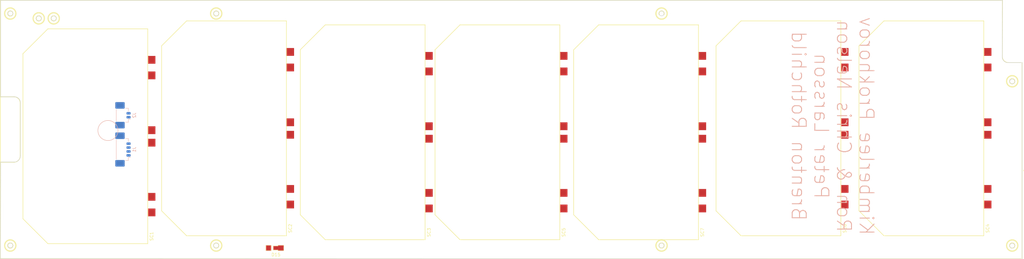
<source format=kicad_pcb>
(kicad_pcb (version 20171130) (host pcbnew "(5.1.6)-1")

  (general
    (thickness 1.6)
    (drawings 119)
    (tracks 0)
    (zones 0)
    (modules 10)
    (nets 5)
  )

  (page A3)
  (title_block
    (title "CySat X- Panel")
    (date 2020-07-08)
    (rev 3)
    (company "Iowa State University")
    (comment 1 "Matthew E. Nelson")
  )

  (layers
    (0 F.Cu signal)
    (31 B.Cu signal)
    (32 B.Adhes user)
    (33 F.Adhes user)
    (34 B.Paste user)
    (35 F.Paste user)
    (36 B.SilkS user)
    (37 F.SilkS user)
    (38 B.Mask user)
    (39 F.Mask user)
    (40 Dwgs.User user)
    (41 Cmts.User user)
    (42 Eco1.User user)
    (43 Eco2.User user)
    (44 Edge.Cuts user)
    (45 Margin user)
    (46 B.CrtYd user)
    (47 F.CrtYd user)
    (48 B.Fab user)
    (49 F.Fab user)
  )

  (setup
    (last_trace_width 0.25)
    (trace_clearance 0.2)
    (zone_clearance 0.508)
    (zone_45_only no)
    (trace_min 0.2)
    (via_size 0.8)
    (via_drill 0.4)
    (via_min_size 0.4)
    (via_min_drill 0.3)
    (uvia_size 0.3)
    (uvia_drill 0.1)
    (uvias_allowed no)
    (uvia_min_size 0.2)
    (uvia_min_drill 0.1)
    (edge_width 0.15)
    (segment_width 0.2)
    (pcb_text_width 0.3)
    (pcb_text_size 1.5 1.5)
    (mod_edge_width 0.15)
    (mod_text_size 1 1)
    (mod_text_width 0.15)
    (pad_size 1.524 1.524)
    (pad_drill 0.762)
    (pad_to_mask_clearance 0.051)
    (solder_mask_min_width 0.25)
    (aux_axis_origin 0 0)
    (visible_elements 7FFFFFFF)
    (pcbplotparams
      (layerselection 0x010fc_ffffffff)
      (usegerberextensions false)
      (usegerberattributes false)
      (usegerberadvancedattributes false)
      (creategerberjobfile false)
      (excludeedgelayer true)
      (linewidth 0.100000)
      (plotframeref false)
      (viasonmask false)
      (mode 1)
      (useauxorigin false)
      (hpglpennumber 1)
      (hpglpenspeed 20)
      (hpglpendiameter 15.000000)
      (psnegative false)
      (psa4output false)
      (plotreference true)
      (plotvalue true)
      (plotinvisibletext false)
      (padsonsilk false)
      (subtractmaskfromsilk false)
      (outputformat 1)
      (mirror false)
      (drillshape 1)
      (scaleselection 1)
      (outputdirectory ""))
  )

  (net 0 "")
  (net 1 VSS)
  (net 2 VCC)
  (net 3 "Net-(D15-Pad1)")
  (net 4 "Net-(D15-Pad2)")

  (net_class Default "This is the default net class."
    (clearance 0.2)
    (trace_width 0.25)
    (via_dia 0.8)
    (via_drill 0.4)
    (uvia_dia 0.3)
    (uvia_drill 0.1)
    (add_net "Net-(D15-Pad1)")
    (add_net "Net-(D15-Pad2)")
    (add_net VCC)
    (add_net VSS)
  )

  (module Connector_Molex:Molex_PicoBlade_53398-0271_1x02-1MP_P1.25mm_Vertical (layer B.Cu) (tedit 5B78AD88) (tstamp 5CB955C2)
    (at 92.83 138.1 90)
    (descr "Molex PicoBlade series connector, 53398-0271 (http://www.molex.com/pdm_docs/sd/533980271_sd.pdf), generated with kicad-footprint-generator")
    (tags "connector Molex PicoBlade side entry")
    (path /5CC108CF)
    (attr smd)
    (fp_text reference J2 (at 0 3.1 90) (layer B.SilkS)
      (effects (font (size 1 1) (thickness 0.15)) (justify mirror))
    )
    (fp_text value Conn_01x02 (at 0 -4.2 90) (layer B.Fab)
      (effects (font (size 1 1) (thickness 0.15)) (justify mirror))
    )
    (fp_line (start -0.625 0.392893) (end -0.125 1.1) (layer B.Fab) (width 0.1))
    (fp_line (start -1.125 1.1) (end -0.625 0.392893) (layer B.Fab) (width 0.1))
    (fp_line (start 4.72 2.4) (end -4.72 2.4) (layer B.CrtYd) (width 0.05))
    (fp_line (start 4.72 -3.5) (end 4.72 2.4) (layer B.CrtYd) (width 0.05))
    (fp_line (start -4.72 -3.5) (end 4.72 -3.5) (layer B.CrtYd) (width 0.05))
    (fp_line (start -4.72 2.4) (end -4.72 -3.5) (layer B.CrtYd) (width 0.05))
    (fp_line (start 3.625 0.2) (end 2.125 0.2) (layer B.Fab) (width 0.1))
    (fp_line (start 3.625 -0.4) (end 3.625 0.2) (layer B.Fab) (width 0.1))
    (fp_line (start 3.825 -0.6) (end 3.625 -0.4) (layer B.Fab) (width 0.1))
    (fp_line (start 3.825 -2.4) (end 3.825 -0.6) (layer B.Fab) (width 0.1))
    (fp_line (start 3.625 -2.6) (end 3.825 -2.4) (layer B.Fab) (width 0.1))
    (fp_line (start 2.125 -2.6) (end 3.625 -2.6) (layer B.Fab) (width 0.1))
    (fp_line (start -3.625 0.2) (end -2.125 0.2) (layer B.Fab) (width 0.1))
    (fp_line (start -3.625 -0.4) (end -3.625 0.2) (layer B.Fab) (width 0.1))
    (fp_line (start -3.825 -0.6) (end -3.625 -0.4) (layer B.Fab) (width 0.1))
    (fp_line (start -3.825 -2.4) (end -3.825 -0.6) (layer B.Fab) (width 0.1))
    (fp_line (start -3.625 -2.6) (end -3.825 -2.4) (layer B.Fab) (width 0.1))
    (fp_line (start -2.125 -2.6) (end -3.625 -2.6) (layer B.Fab) (width 0.1))
    (fp_line (start 0.775 -1.225) (end 0.475 -1.225) (layer B.Fab) (width 0.1))
    (fp_line (start 0.775 -1.825) (end 0.775 -1.225) (layer B.Fab) (width 0.1))
    (fp_line (start 0.475 -1.825) (end 0.775 -1.825) (layer B.Fab) (width 0.1))
    (fp_line (start 0.475 -1.225) (end 0.475 -1.825) (layer B.Fab) (width 0.1))
    (fp_line (start -0.475 -1.225) (end -0.775 -1.225) (layer B.Fab) (width 0.1))
    (fp_line (start -0.475 -1.825) (end -0.475 -1.225) (layer B.Fab) (width 0.1))
    (fp_line (start -0.775 -1.825) (end -0.475 -1.825) (layer B.Fab) (width 0.1))
    (fp_line (start -0.775 -1.225) (end -0.775 -1.825) (layer B.Fab) (width 0.1))
    (fp_line (start 2.125 1.1) (end 2.125 -2.6) (layer B.Fab) (width 0.1))
    (fp_line (start -2.125 1.1) (end -2.125 -2.6) (layer B.Fab) (width 0.1))
    (fp_line (start -2.125 -2.6) (end 2.125 -2.6) (layer B.Fab) (width 0.1))
    (fp_line (start -1.865 -2.71) (end 1.865 -2.71) (layer B.SilkS) (width 0.12))
    (fp_line (start 2.235 1.21) (end 1.285 1.21) (layer B.SilkS) (width 0.12))
    (fp_line (start 2.235 0.26) (end 2.235 1.21) (layer B.SilkS) (width 0.12))
    (fp_line (start -1.285 1.21) (end -1.285 1.9) (layer B.SilkS) (width 0.12))
    (fp_line (start -2.235 1.21) (end -1.285 1.21) (layer B.SilkS) (width 0.12))
    (fp_line (start -2.235 0.26) (end -2.235 1.21) (layer B.SilkS) (width 0.12))
    (fp_line (start -2.125 1.1) (end 2.125 1.1) (layer B.Fab) (width 0.1))
    (fp_text user %R (at 0 -0.4 90) (layer B.Fab)
      (effects (font (size 1 1) (thickness 0.15)) (justify mirror))
    )
    (pad 1 smd roundrect (at -0.625 1.25 90) (size 0.8 1.3) (layers B.Cu B.Paste B.Mask) (roundrect_rratio 0.25)
      (net 4 "Net-(D15-Pad2)"))
    (pad 2 smd roundrect (at 0.625 1.25 90) (size 0.8 1.3) (layers B.Cu B.Paste B.Mask) (roundrect_rratio 0.25)
      (net 3 "Net-(D15-Pad1)"))
    (pad MP smd roundrect (at -3.175 -1.5 90) (size 2.1 3) (layers B.Cu B.Paste B.Mask) (roundrect_rratio 0.119048))
    (pad MP smd roundrect (at 3.175 -1.5 90) (size 2.1 3) (layers B.Cu B.Paste B.Mask) (roundrect_rratio 0.119048))
    (model ${KISYS3DMOD}/Connector_Molex.3dshapes/Molex_PicoBlade_53398-0271_1x02-1MP_P1.25mm_Vertical.wrl
      (at (xyz 0 0 0))
      (scale (xyz 1 1 1))
      (rotate (xyz 0 0 0))
    )
  )

  (module Connector_Molex:Molex_PicoBlade_53398-0471_1x04-1MP_P1.25mm_Vertical (layer B.Cu) (tedit 5B78AD88) (tstamp 5CB95595)
    (at 92.83 149.1 90)
    (descr "Molex PicoBlade series connector, 53398-0471 (http://www.molex.com/pdm_docs/sd/533980271_sd.pdf), generated with kicad-footprint-generator")
    (tags "connector Molex PicoBlade side entry")
    (path /5CABAE1D)
    (attr smd)
    (fp_text reference J1 (at 0 3.1 90) (layer B.SilkS)
      (effects (font (size 1 1) (thickness 0.15)) (justify mirror))
    )
    (fp_text value Conn_01x04 (at 0 -4.2 90) (layer B.Fab)
      (effects (font (size 1 1) (thickness 0.15)) (justify mirror))
    )
    (fp_line (start -1.875 0.392893) (end -1.375 1.1) (layer B.Fab) (width 0.1))
    (fp_line (start -2.375 1.1) (end -1.875 0.392893) (layer B.Fab) (width 0.1))
    (fp_line (start 5.98 2.4) (end -5.98 2.4) (layer B.CrtYd) (width 0.05))
    (fp_line (start 5.98 -3.5) (end 5.98 2.4) (layer B.CrtYd) (width 0.05))
    (fp_line (start -5.98 -3.5) (end 5.98 -3.5) (layer B.CrtYd) (width 0.05))
    (fp_line (start -5.98 2.4) (end -5.98 -3.5) (layer B.CrtYd) (width 0.05))
    (fp_line (start 4.875 0.2) (end 3.375 0.2) (layer B.Fab) (width 0.1))
    (fp_line (start 4.875 -0.4) (end 4.875 0.2) (layer B.Fab) (width 0.1))
    (fp_line (start 5.075 -0.6) (end 4.875 -0.4) (layer B.Fab) (width 0.1))
    (fp_line (start 5.075 -2.4) (end 5.075 -0.6) (layer B.Fab) (width 0.1))
    (fp_line (start 4.875 -2.6) (end 5.075 -2.4) (layer B.Fab) (width 0.1))
    (fp_line (start 3.375 -2.6) (end 4.875 -2.6) (layer B.Fab) (width 0.1))
    (fp_line (start -4.875 0.2) (end -3.375 0.2) (layer B.Fab) (width 0.1))
    (fp_line (start -4.875 -0.4) (end -4.875 0.2) (layer B.Fab) (width 0.1))
    (fp_line (start -5.075 -0.6) (end -4.875 -0.4) (layer B.Fab) (width 0.1))
    (fp_line (start -5.075 -2.4) (end -5.075 -0.6) (layer B.Fab) (width 0.1))
    (fp_line (start -4.875 -2.6) (end -5.075 -2.4) (layer B.Fab) (width 0.1))
    (fp_line (start -3.375 -2.6) (end -4.875 -2.6) (layer B.Fab) (width 0.1))
    (fp_line (start 2.025 -1.225) (end 1.725 -1.225) (layer B.Fab) (width 0.1))
    (fp_line (start 2.025 -1.825) (end 2.025 -1.225) (layer B.Fab) (width 0.1))
    (fp_line (start 1.725 -1.825) (end 2.025 -1.825) (layer B.Fab) (width 0.1))
    (fp_line (start 1.725 -1.225) (end 1.725 -1.825) (layer B.Fab) (width 0.1))
    (fp_line (start 0.775 -1.225) (end 0.475 -1.225) (layer B.Fab) (width 0.1))
    (fp_line (start 0.775 -1.825) (end 0.775 -1.225) (layer B.Fab) (width 0.1))
    (fp_line (start 0.475 -1.825) (end 0.775 -1.825) (layer B.Fab) (width 0.1))
    (fp_line (start 0.475 -1.225) (end 0.475 -1.825) (layer B.Fab) (width 0.1))
    (fp_line (start -0.475 -1.225) (end -0.775 -1.225) (layer B.Fab) (width 0.1))
    (fp_line (start -0.475 -1.825) (end -0.475 -1.225) (layer B.Fab) (width 0.1))
    (fp_line (start -0.775 -1.825) (end -0.475 -1.825) (layer B.Fab) (width 0.1))
    (fp_line (start -0.775 -1.225) (end -0.775 -1.825) (layer B.Fab) (width 0.1))
    (fp_line (start -1.725 -1.225) (end -2.025 -1.225) (layer B.Fab) (width 0.1))
    (fp_line (start -1.725 -1.825) (end -1.725 -1.225) (layer B.Fab) (width 0.1))
    (fp_line (start -2.025 -1.825) (end -1.725 -1.825) (layer B.Fab) (width 0.1))
    (fp_line (start -2.025 -1.225) (end -2.025 -1.825) (layer B.Fab) (width 0.1))
    (fp_line (start 3.375 1.1) (end 3.375 -2.6) (layer B.Fab) (width 0.1))
    (fp_line (start -3.375 1.1) (end -3.375 -2.6) (layer B.Fab) (width 0.1))
    (fp_line (start -3.375 -2.6) (end 3.375 -2.6) (layer B.Fab) (width 0.1))
    (fp_line (start -3.115 -2.71) (end 3.115 -2.71) (layer B.SilkS) (width 0.12))
    (fp_line (start 3.485 1.21) (end 2.535 1.21) (layer B.SilkS) (width 0.12))
    (fp_line (start 3.485 0.26) (end 3.485 1.21) (layer B.SilkS) (width 0.12))
    (fp_line (start -2.535 1.21) (end -2.535 1.9) (layer B.SilkS) (width 0.12))
    (fp_line (start -3.485 1.21) (end -2.535 1.21) (layer B.SilkS) (width 0.12))
    (fp_line (start -3.485 0.26) (end -3.485 1.21) (layer B.SilkS) (width 0.12))
    (fp_line (start -3.375 1.1) (end 3.375 1.1) (layer B.Fab) (width 0.1))
    (fp_text user %R (at 0 -0.4 90) (layer B.Fab)
      (effects (font (size 1 1) (thickness 0.15)) (justify mirror))
    )
    (pad 1 smd roundrect (at -1.875 1.25 90) (size 0.8 1.3) (layers B.Cu B.Paste B.Mask) (roundrect_rratio 0.25)
      (net 1 VSS))
    (pad 2 smd roundrect (at -0.625 1.25 90) (size 0.8 1.3) (layers B.Cu B.Paste B.Mask) (roundrect_rratio 0.25)
      (net 1 VSS))
    (pad 3 smd roundrect (at 0.625 1.25 90) (size 0.8 1.3) (layers B.Cu B.Paste B.Mask) (roundrect_rratio 0.25)
      (net 2 VCC))
    (pad 4 smd roundrect (at 1.875 1.25 90) (size 0.8 1.3) (layers B.Cu B.Paste B.Mask) (roundrect_rratio 0.25)
      (net 2 VCC))
    (pad MP smd roundrect (at -4.425 -1.5 90) (size 2.1 3) (layers B.Cu B.Paste B.Mask) (roundrect_rratio 0.119048))
    (pad MP smd roundrect (at 4.425 -1.5 90) (size 2.1 3) (layers B.Cu B.Paste B.Mask) (roundrect_rratio 0.119048))
    (model ${KISYS3DMOD}/Connector_Molex.3dshapes/Molex_PicoBlade_53398-0471_1x04-1MP_P1.25mm_Vertical.wrl
      (at (xyz 0 0 0))
      (scale (xyz 1 1 1))
      (rotate (xyz 0 0 0))
    )
  )

  (module "CySat footprints:Sun_Sensor" (layer F.Cu) (tedit 5CB8F328) (tstamp 5CB9554B)
    (at 141.31 180.68)
    (path /5CC11A82)
    (fp_text reference D15 (at 0 2.2) (layer F.SilkS)
      (effects (font (size 1 1) (thickness 0.15)))
    )
    (fp_text value D_Photo (at 0 -2.5) (layer F.Fab)
      (effects (font (size 1 1) (thickness 0.15)))
    )
    (fp_line (start -3.2 -0.8) (end -1.5 -0.8) (layer F.SilkS) (width 0.12))
    (fp_line (start -3.2 0.9) (end -3.2 -0.8) (layer F.SilkS) (width 0.12))
    (fp_line (start -1.5 0.9) (end -3.2 0.9) (layer F.SilkS) (width 0.12))
    (fp_line (start -1.5 -0.8) (end -1.5 0.9) (layer F.SilkS) (width 0.12))
    (fp_line (start 0.65 -0.8) (end 2.5 -0.8) (layer F.SilkS) (width 0.12))
    (fp_line (start 0.65 -0.6) (end 0.65 -0.8) (layer F.SilkS) (width 0.12))
    (fp_line (start -0.85 -0.6) (end 0.65 -0.6) (layer F.SilkS) (width 0.12))
    (fp_line (start -0.85 0.7) (end -0.85 -0.6) (layer F.SilkS) (width 0.12))
    (fp_line (start 0.65 0.7) (end -0.85 0.7) (layer F.SilkS) (width 0.12))
    (fp_line (start 0.65 0.9) (end 0.65 0.7) (layer F.SilkS) (width 0.12))
    (fp_line (start 2.5 0.9) (end 0.65 0.9) (layer F.SilkS) (width 0.12))
    (fp_line (start 2.5 -0.8) (end 2.5 0.9) (layer F.SilkS) (width 0.12))
    (pad 1 smd rect (at 1.6 0.05 90) (size 1.7 1.85) (layers F.Cu F.Paste F.Mask)
      (net 3 "Net-(D15-Pad1)"))
    (pad 2 smd rect (at -2.35 0.05) (size 1.7 1.7) (layers F.Cu F.Paste F.Mask)
      (net 4 "Net-(D15-Pad2)"))
    (pad 1 smd rect (at -0.05 0.05) (size 1.5 1.3) (layers F.Cu F.Paste F.Mask)
      (net 3 "Net-(D15-Pad1)"))
  )

  (module "CySat footprints:Spectrolab" (layer F.Cu) (tedit 5C366A31) (tstamp 5CB95623)
    (at 102.87 144.78 90)
    (path /5CA8E593)
    (fp_text reference SC1 (at -32.2 -1.4 90) (layer F.SilkS)
      (effects (font (size 1 1) (thickness 0.15)))
    )
    (fp_text value Solar_Cell (at 31 -1.2 90) (layer F.Fab)
      (effects (font (size 1 1) (thickness 0.15)))
    )
    (fp_line (start 34.440573 -2.640087) (end -34.559427 -2.640087) (layer F.SilkS) (width 0.2))
    (fp_line (start -26.559427 -42.640087) (end 26.440573 -42.640087) (layer F.SilkS) (width 0.2))
    (fp_line (start -34.559427 -2.640087) (end -34.559427 -34.640087) (layer F.SilkS) (width 0.2))
    (fp_line (start -34.559427 -34.640087) (end -26.559427 -42.640087) (layer F.SilkS) (width 0.2))
    (fp_line (start 26.440573 -42.640087) (end 34.440573 -34.640087) (layer F.SilkS) (width 0.2))
    (fp_line (start 34.440573 -34.640087) (end 34.440573 -2.640087) (layer F.SilkS) (width 0.2))
    (pad 1 smd rect (at -24.519427 -1.440087 270) (size 2.5 2.5) (layers F.Cu F.Paste F.Mask)
      (net 2 VCC))
    (pad 1 smd rect (at -19.519427 -1.440087 270) (size 2.5 2.5) (layers F.Cu F.Paste F.Mask)
      (net 2 VCC))
    (pad 2 smd rect (at -2.119427 -1.440087 270) (size 2.5 2.5) (layers F.Cu F.Paste F.Mask)
      (net 1 VSS))
    (pad 2 smd rect (at 1.880573 -1.440087 270) (size 2.5 2.5) (layers F.Cu F.Paste F.Mask)
      (net 1 VSS))
    (pad 1 smd rect (at 19.480573 -1.440087 270) (size 2.5 2.5) (layers F.Cu F.Paste F.Mask)
      (net 2 VCC))
    (pad 1 smd rect (at 24.480573 -1.440087 270) (size 2.5 2.5) (layers F.Cu F.Paste F.Mask)
      (net 2 VCC))
  )

  (module "CySat footprints:Spectrolab" (layer F.Cu) (tedit 5C366A31) (tstamp 5CB95633)
    (at 147.32 142.24 90)
    (path /5CA8E00B)
    (fp_text reference SC2 (at -32.2 -1.4 90) (layer F.SilkS)
      (effects (font (size 1 1) (thickness 0.15)))
    )
    (fp_text value Solar_Cell (at 31 -1.2 90) (layer F.Fab)
      (effects (font (size 1 1) (thickness 0.15)))
    )
    (fp_line (start 34.440573 -34.640087) (end 34.440573 -2.640087) (layer F.SilkS) (width 0.2))
    (fp_line (start 26.440573 -42.640087) (end 34.440573 -34.640087) (layer F.SilkS) (width 0.2))
    (fp_line (start -34.559427 -34.640087) (end -26.559427 -42.640087) (layer F.SilkS) (width 0.2))
    (fp_line (start -34.559427 -2.640087) (end -34.559427 -34.640087) (layer F.SilkS) (width 0.2))
    (fp_line (start -26.559427 -42.640087) (end 26.440573 -42.640087) (layer F.SilkS) (width 0.2))
    (fp_line (start 34.440573 -2.640087) (end -34.559427 -2.640087) (layer F.SilkS) (width 0.2))
    (pad 1 smd rect (at 24.480573 -1.440087 270) (size 2.5 2.5) (layers F.Cu F.Paste F.Mask)
      (net 2 VCC))
    (pad 1 smd rect (at 19.480573 -1.440087 270) (size 2.5 2.5) (layers F.Cu F.Paste F.Mask)
      (net 2 VCC))
    (pad 2 smd rect (at 1.880573 -1.440087 270) (size 2.5 2.5) (layers F.Cu F.Paste F.Mask)
      (net 1 VSS))
    (pad 2 smd rect (at -2.119427 -1.440087 270) (size 2.5 2.5) (layers F.Cu F.Paste F.Mask)
      (net 1 VSS))
    (pad 1 smd rect (at -19.519427 -1.440087 270) (size 2.5 2.5) (layers F.Cu F.Paste F.Mask)
      (net 2 VCC))
    (pad 1 smd rect (at -24.519427 -1.440087 270) (size 2.5 2.5) (layers F.Cu F.Paste F.Mask)
      (net 2 VCC))
  )

  (module CySat_Solar:Spectrolab (layer F.Cu) (tedit 5C366A31) (tstamp 5F0553DF)
    (at 191.77 143.51 90)
    (path /5F045BA0)
    (fp_text reference SC3 (at -32.2 -1.4 90) (layer F.SilkS)
      (effects (font (size 1 1) (thickness 0.15)))
    )
    (fp_text value Solar_Cell (at 31 -1.2 90) (layer F.Fab)
      (effects (font (size 1 1) (thickness 0.15)))
    )
    (fp_line (start 34.440573 -2.640087) (end -34.559427 -2.640087) (layer F.SilkS) (width 0.2))
    (fp_line (start -26.559427 -42.640087) (end 26.440573 -42.640087) (layer F.SilkS) (width 0.2))
    (fp_line (start -34.559427 -2.640087) (end -34.559427 -34.640087) (layer F.SilkS) (width 0.2))
    (fp_line (start -34.559427 -34.640087) (end -26.559427 -42.640087) (layer F.SilkS) (width 0.2))
    (fp_line (start 26.440573 -42.640087) (end 34.440573 -34.640087) (layer F.SilkS) (width 0.2))
    (fp_line (start 34.440573 -34.640087) (end 34.440573 -2.640087) (layer F.SilkS) (width 0.2))
    (pad 1 smd rect (at 24.480573 -1.440087 270) (size 2.5 2.5) (layers F.Cu F.Paste F.Mask)
      (net 2 VCC))
    (pad 1 smd rect (at 19.480573 -1.440087 270) (size 2.5 2.5) (layers F.Cu F.Paste F.Mask)
      (net 2 VCC))
    (pad 2 smd rect (at 1.880573 -1.440087 270) (size 2.5 2.5) (layers F.Cu F.Paste F.Mask)
      (net 1 VSS))
    (pad 2 smd rect (at -2.119427 -1.440087 270) (size 2.5 2.5) (layers F.Cu F.Paste F.Mask)
      (net 1 VSS))
    (pad 1 smd rect (at -19.519427 -1.440087 270) (size 2.5 2.5) (layers F.Cu F.Paste F.Mask)
      (net 2 VCC))
    (pad 1 smd rect (at -24.519427 -1.440087 270) (size 2.5 2.5) (layers F.Cu F.Paste F.Mask)
      (net 2 VCC))
  )

  (module CySat_Solar:Spectrolab (layer F.Cu) (tedit 5C366A31) (tstamp 5F0553EF)
    (at 370.84 142.24 90)
    (path /5F046CFC)
    (fp_text reference SC4 (at -32.2 -1.4 90) (layer F.SilkS)
      (effects (font (size 1 1) (thickness 0.15)))
    )
    (fp_text value Solar_Cell (at 31 -1.2 90) (layer F.Fab)
      (effects (font (size 1 1) (thickness 0.15)))
    )
    (fp_line (start 34.440573 -34.640087) (end 34.440573 -2.640087) (layer F.SilkS) (width 0.2))
    (fp_line (start 26.440573 -42.640087) (end 34.440573 -34.640087) (layer F.SilkS) (width 0.2))
    (fp_line (start -34.559427 -34.640087) (end -26.559427 -42.640087) (layer F.SilkS) (width 0.2))
    (fp_line (start -34.559427 -2.640087) (end -34.559427 -34.640087) (layer F.SilkS) (width 0.2))
    (fp_line (start -26.559427 -42.640087) (end 26.440573 -42.640087) (layer F.SilkS) (width 0.2))
    (fp_line (start 34.440573 -2.640087) (end -34.559427 -2.640087) (layer F.SilkS) (width 0.2))
    (pad 1 smd rect (at -24.519427 -1.440087 270) (size 2.5 2.5) (layers F.Cu F.Paste F.Mask)
      (net 2 VCC))
    (pad 1 smd rect (at -19.519427 -1.440087 270) (size 2.5 2.5) (layers F.Cu F.Paste F.Mask)
      (net 2 VCC))
    (pad 2 smd rect (at -2.119427 -1.440087 270) (size 2.5 2.5) (layers F.Cu F.Paste F.Mask)
      (net 1 VSS))
    (pad 2 smd rect (at 1.880573 -1.440087 270) (size 2.5 2.5) (layers F.Cu F.Paste F.Mask)
      (net 1 VSS))
    (pad 1 smd rect (at 19.480573 -1.440087 270) (size 2.5 2.5) (layers F.Cu F.Paste F.Mask)
      (net 2 VCC))
    (pad 1 smd rect (at 24.480573 -1.440087 270) (size 2.5 2.5) (layers F.Cu F.Paste F.Mask)
      (net 2 VCC))
  )

  (module CySat_Solar:Spectrolab (layer F.Cu) (tedit 5C366A31) (tstamp 5F0553FF)
    (at 234.95 143.51 90)
    (path /5F04774B)
    (fp_text reference SC5 (at -32.2 -1.4 90) (layer F.SilkS)
      (effects (font (size 1 1) (thickness 0.15)))
    )
    (fp_text value Solar_Cell (at 31 -1.2 90) (layer F.Fab)
      (effects (font (size 1 1) (thickness 0.15)))
    )
    (fp_line (start 34.440573 -2.640087) (end -34.559427 -2.640087) (layer F.SilkS) (width 0.2))
    (fp_line (start -26.559427 -42.640087) (end 26.440573 -42.640087) (layer F.SilkS) (width 0.2))
    (fp_line (start -34.559427 -2.640087) (end -34.559427 -34.640087) (layer F.SilkS) (width 0.2))
    (fp_line (start -34.559427 -34.640087) (end -26.559427 -42.640087) (layer F.SilkS) (width 0.2))
    (fp_line (start 26.440573 -42.640087) (end 34.440573 -34.640087) (layer F.SilkS) (width 0.2))
    (fp_line (start 34.440573 -34.640087) (end 34.440573 -2.640087) (layer F.SilkS) (width 0.2))
    (pad 1 smd rect (at 24.480573 -1.440087 270) (size 2.5 2.5) (layers F.Cu F.Paste F.Mask)
      (net 2 VCC))
    (pad 1 smd rect (at 19.480573 -1.440087 270) (size 2.5 2.5) (layers F.Cu F.Paste F.Mask)
      (net 2 VCC))
    (pad 2 smd rect (at 1.880573 -1.440087 270) (size 2.5 2.5) (layers F.Cu F.Paste F.Mask)
      (net 1 VSS))
    (pad 2 smd rect (at -2.119427 -1.440087 270) (size 2.5 2.5) (layers F.Cu F.Paste F.Mask)
      (net 1 VSS))
    (pad 1 smd rect (at -19.519427 -1.440087 270) (size 2.5 2.5) (layers F.Cu F.Paste F.Mask)
      (net 2 VCC))
    (pad 1 smd rect (at -24.519427 -1.440087 270) (size 2.5 2.5) (layers F.Cu F.Paste F.Mask)
      (net 2 VCC))
  )

  (module CySat_Solar:Spectrolab (layer F.Cu) (tedit 5C366A31) (tstamp 5F05540F)
    (at 325.030088 142.24 90)
    (path /5F048CBD)
    (fp_text reference SC6 (at -32.2 -1.4 90) (layer F.SilkS)
      (effects (font (size 1 1) (thickness 0.15)))
    )
    (fp_text value Solar_Cell (at 31 -1.2 90) (layer F.Fab)
      (effects (font (size 1 1) (thickness 0.15)))
    )
    (fp_line (start 34.440573 -34.640087) (end 34.440573 -2.640087) (layer F.SilkS) (width 0.2))
    (fp_line (start 26.440573 -42.640087) (end 34.440573 -34.640087) (layer F.SilkS) (width 0.2))
    (fp_line (start -34.559427 -34.640087) (end -26.559427 -42.640087) (layer F.SilkS) (width 0.2))
    (fp_line (start -34.559427 -2.640087) (end -34.559427 -34.640087) (layer F.SilkS) (width 0.2))
    (fp_line (start -26.559427 -42.640087) (end 26.440573 -42.640087) (layer F.SilkS) (width 0.2))
    (fp_line (start 34.440573 -2.640087) (end -34.559427 -2.640087) (layer F.SilkS) (width 0.2))
    (pad 1 smd rect (at -24.519427 -1.440087 270) (size 2.5 2.5) (layers F.Cu F.Paste F.Mask)
      (net 2 VCC))
    (pad 1 smd rect (at -19.519427 -1.440087 270) (size 2.5 2.5) (layers F.Cu F.Paste F.Mask)
      (net 2 VCC))
    (pad 2 smd rect (at -2.119427 -1.440087 270) (size 2.5 2.5) (layers F.Cu F.Paste F.Mask)
      (net 1 VSS))
    (pad 2 smd rect (at 1.880573 -1.440087 270) (size 2.5 2.5) (layers F.Cu F.Paste F.Mask)
      (net 1 VSS))
    (pad 1 smd rect (at 19.480573 -1.440087 270) (size 2.5 2.5) (layers F.Cu F.Paste F.Mask)
      (net 2 VCC))
    (pad 1 smd rect (at 24.480573 -1.440087 270) (size 2.5 2.5) (layers F.Cu F.Paste F.Mask)
      (net 2 VCC))
  )

  (module CySat_Solar:Spectrolab (layer F.Cu) (tedit 5C366A31) (tstamp 5F05541F)
    (at 279.4 143.51 90)
    (path /5F049574)
    (fp_text reference SC7 (at -32.2 -1.4 90) (layer F.SilkS)
      (effects (font (size 1 1) (thickness 0.15)))
    )
    (fp_text value Solar_Cell (at 31 -1.2 90) (layer F.Fab)
      (effects (font (size 1 1) (thickness 0.15)))
    )
    (fp_line (start 34.440573 -2.640087) (end -34.559427 -2.640087) (layer F.SilkS) (width 0.2))
    (fp_line (start -26.559427 -42.640087) (end 26.440573 -42.640087) (layer F.SilkS) (width 0.2))
    (fp_line (start -34.559427 -2.640087) (end -34.559427 -34.640087) (layer F.SilkS) (width 0.2))
    (fp_line (start -34.559427 -34.640087) (end -26.559427 -42.640087) (layer F.SilkS) (width 0.2))
    (fp_line (start 26.440573 -42.640087) (end 34.440573 -34.640087) (layer F.SilkS) (width 0.2))
    (fp_line (start 34.440573 -34.640087) (end 34.440573 -2.640087) (layer F.SilkS) (width 0.2))
    (pad 1 smd rect (at 24.480573 -1.440087 270) (size 2.5 2.5) (layers F.Cu F.Paste F.Mask)
      (net 2 VCC))
    (pad 1 smd rect (at 19.480573 -1.440087 270) (size 2.5 2.5) (layers F.Cu F.Paste F.Mask)
      (net 2 VCC))
    (pad 2 smd rect (at 1.880573 -1.440087 270) (size 2.5 2.5) (layers F.Cu F.Paste F.Mask)
      (net 1 VSS))
    (pad 2 smd rect (at -2.119427 -1.440087 270) (size 2.5 2.5) (layers F.Cu F.Paste F.Mask)
      (net 1 VSS))
    (pad 1 smd rect (at -19.519427 -1.440087 270) (size 2.5 2.5) (layers F.Cu F.Paste F.Mask)
      (net 2 VCC))
    (pad 1 smd rect (at -24.519427 -1.440087 270) (size 2.5 2.5) (layers F.Cu F.Paste F.Mask)
      (net 2 VCC))
  )

  (gr_circle (center 87.48 143) (end 87.08 139.8) (layer B.SilkS) (width 0.15))
  (gr_text "Kimberlee Prokhorov\nRon & Chris Nelson\nPeter Larsson\nBrenton Rothchild" (at 319.73 141.55 -90) (layer B.SilkS)
    (effects (font (size 4.5 4.5) (thickness 0.3)) (justify mirror))
  )
  (gr_circle (center 70.1067 106.9665) (end 70.094 106.1918) (layer Edge.Cuts) (width 0.15))
  (gr_circle (center 65.3188 106.9919) (end 65.2934 106.2172) (layer Edge.Cuts) (width 0.15))
  (gr_circle (center 56.2002 105.4044) (end 56.2256 104.6297) (layer Edge.Cuts) (width 0.15))
  (gr_circle (center 56.1875 179.9153) (end 56.1621 179.1406) (layer Edge.Cuts) (width 0.15))
  (gr_circle (center 122.1894 105.4171) (end 122.1767 104.6424) (layer Edge.Cuts) (width 0.15))
  (gr_circle (center 264.9247 105.4044) (end 264.8993 104.6297) (layer Edge.Cuts) (width 0.15))
  (gr_circle (center 122.1513 179.928) (end 122.3926 179.1914) (layer Edge.Cuts) (width 0.15))
  (gr_circle (center 264.912 179.928) (end 265.3184 179.2676) (layer Edge.Cuts) (width 0.15))
  (gr_circle (center 377.307 127.223) (end 377.2943 126.4483) (layer Edge.Cuts) (width 0.15))
  (gr_arc (start 57.521 134.081) (end 59.426 134.081) (angle -90) (layer Edge.Cuts) (width 0.15))
  (gr_arc (start 57.394 151.099) (end 57.394 153.131) (angle -90) (layer Edge.Cuts) (width 0.15))
  (gr_arc (start 375.91 119.4125) (end 374.132 119.4125) (angle -90) (layer Edge.Cuts) (width 0.15))
  (gr_circle (center 377.307 179.9915) (end 377.942 179.547) (layer Edge.Cuts) (width 0.15))
  (gr_line (start 380.482 121.1905) (end 380.482 184.246) (layer Edge.Cuts) (width 0.15) (tstamp 5CA8260A))
  (gr_line (start 375.91 121.1905) (end 380.482 121.1905) (layer Edge.Cuts) (width 0.15))
  (gr_line (start 374.1955 101.188) (end 374.132 119.4125) (layer Edge.Cuts) (width 0.15))
  (gr_line (start 53.076 101.188) (end 374.1955 101.188) (layer Edge.Cuts) (width 0.15))
  (gr_line (start 53.076 132.176) (end 53.076 101.188) (layer Edge.Cuts) (width 0.15))
  (gr_line (start 57.521 132.176) (end 53.076 132.176) (layer Edge.Cuts) (width 0.15))
  (gr_line (start 59.426 151.099) (end 59.426 134.081) (layer Edge.Cuts) (width 0.15))
  (gr_line (start 53.076 153.131) (end 57.394 153.131) (layer Edge.Cuts) (width 0.15))
  (gr_line (start 52.949 184.119) (end 53.076 153.131) (layer Edge.Cuts) (width 0.15))
  (gr_line (start 380.482 184.246) (end 52.949 184.119) (layer Edge.Cuts) (width 0.15))
  (gr_circle (center 122.175509 105.435517) (end 124.075509 105.435517) (layer F.SilkS) (width 0.2))
  (gr_circle (center 122.175509 105.435517) (end 123.885509 105.435517) (layer F.SilkS) (width 0.2))
  (gr_line (start 380.493509 121.185517) (end 376.143509 121.185517) (layer F.SilkS) (width 0.2))
  (gr_line (start 59.343505 134.18551) (end 59.343505 151.185517) (layer F.SilkS) (width 0.2))
  (gr_arc (start 57.343509 151.185517) (end 57.343509 153.185517) (angle -90) (layer F.SilkS) (width 0.2))
  (gr_line (start 52.993524 153.185517) (end 57.343501 153.185517) (layer F.SilkS) (width 0.2))
  (gr_line (start 52.993524 184.185517) (end 52.993524 153.185517) (layer F.SilkS) (width 0.2))
  (gr_arc (start 122.175509 105.435517) (end 121.425509 105.002505) (angle -60) (layer F.SilkS) (width 0.2))
  (gr_arc (start 122.175509 105.435517) (end 122.925509 105.002505) (angle -60) (layer F.SilkS) (width 0.2))
  (gr_arc (start 122.175509 105.435517) (end 122.175509 106.301543) (angle -60) (layer F.SilkS) (width 0.2))
  (gr_arc (start 122.175509 105.435517) (end 121.425509 105.86853) (angle -60) (layer F.SilkS) (width 0.2))
  (gr_arc (start 122.175509 105.435517) (end 122.175509 104.569492) (angle -60) (layer F.SilkS) (width 0.2))
  (gr_circle (center 264.923509 179.935517) (end 266.823509 179.935517) (layer F.SilkS) (width 0.2))
  (gr_circle (center 264.923509 179.935517) (end 266.633509 179.935517) (layer F.SilkS) (width 0.2))
  (gr_arc (start 264.923509 179.935517) (end 264.173509 179.502505) (angle -60) (layer F.SilkS) (width 0.2))
  (gr_arc (start 264.923509 179.935517) (end 265.673509 180.36853) (angle -60) (layer F.SilkS) (width 0.2))
  (gr_arc (start 264.923509 179.935517) (end 264.173509 180.36853) (angle -60) (layer F.SilkS) (width 0.2))
  (gr_arc (start 264.923509 179.935517) (end 264.923509 179.069492) (angle -60) (layer F.SilkS) (width 0.2))
  (gr_arc (start 264.923509 179.935517) (end 264.923509 180.801543) (angle -60) (layer F.SilkS) (width 0.2))
  (gr_arc (start 264.923509 179.935517) (end 265.673509 179.502505) (angle -60) (layer F.SilkS) (width 0.2))
  (gr_circle (center 264.923509 105.435517) (end 266.823509 105.435517) (layer F.SilkS) (width 0.2))
  (gr_circle (center 264.923509 105.435517) (end 266.633509 105.435517) (layer F.SilkS) (width 0.2))
  (gr_arc (start 264.923509 105.435517) (end 264.173509 105.002505) (angle -60) (layer F.SilkS) (width 0.2))
  (gr_arc (start 264.923509 105.435517) (end 265.673509 105.86853) (angle -60) (layer F.SilkS) (width 0.2))
  (gr_arc (start 264.923509 105.435517) (end 265.673509 105.002505) (angle -60) (layer F.SilkS) (width 0.2))
  (gr_arc (start 264.923509 105.435517) (end 264.923509 104.569492) (angle -60) (layer F.SilkS) (width 0.2))
  (gr_circle (center 122.175509 179.935517) (end 124.075509 179.935517) (layer F.SilkS) (width 0.2))
  (gr_circle (center 122.175509 179.935517) (end 123.885509 179.935517) (layer F.SilkS) (width 0.2))
  (gr_arc (start 122.175509 179.935517) (end 121.425509 179.502505) (angle -60) (layer F.SilkS) (width 0.2))
  (gr_arc (start 122.175509 179.935517) (end 122.925509 180.36853) (angle -60) (layer F.SilkS) (width 0.2))
  (gr_arc (start 122.175509 179.935517) (end 122.175509 179.069492) (angle -60) (layer F.SilkS) (width 0.2))
  (gr_arc (start 122.175509 179.935517) (end 122.925509 179.502505) (angle -60) (layer F.SilkS) (width 0.2))
  (gr_arc (start 122.175509 179.935517) (end 122.175509 180.801543) (angle -60) (layer F.SilkS) (width 0.2))
  (gr_arc (start 122.175509 179.935517) (end 121.425509 180.36853) (angle -60) (layer F.SilkS) (width 0.2))
  (gr_circle (center 377.318509 179.935517) (end 379.218509 179.935517) (layer F.SilkS) (width 0.2))
  (gr_circle (center 377.318509 179.935517) (end 379.028509 179.935517) (layer F.SilkS) (width 0.2))
  (gr_arc (start 377.318509 179.935517) (end 376.729836 179.300329) (angle -60) (layer F.SilkS) (width 0.2))
  (gr_arc (start 377.318509 179.935517) (end 377.907183 180.570705) (angle -60) (layer F.SilkS) (width 0.2))
  (gr_arc (start 377.318509 179.935517) (end 376.474084 180.127729) (angle -60) (layer F.SilkS) (width 0.2))
  (gr_arc (start 377.318509 179.935517) (end 377.062757 180.762917) (angle -60) (layer F.SilkS) (width 0.2))
  (gr_arc (start 377.318509 179.935517) (end 378.162935 179.743306) (angle -60) (layer F.SilkS) (width 0.2))
  (gr_arc (start 377.318509 179.935517) (end 377.574262 179.108117) (angle -60) (layer F.SilkS) (width 0.2))
  (gr_circle (center 56.168509 179.935517) (end 58.068509 179.935517) (layer F.SilkS) (width 0.2))
  (gr_circle (center 56.168509 179.935517) (end 57.878509 179.935517) (layer F.SilkS) (width 0.2))
  (gr_arc (start 56.168509 179.935517) (end 56.558266 179.162154) (angle -60) (layer F.SilkS) (width 0.2))
  (gr_arc (start 56.168509 179.935517) (end 55.778753 180.70888) (angle -60) (layer F.SilkS) (width 0.2))
  (gr_arc (start 56.168509 179.935517) (end 55.693636 179.211297) (angle -60) (layer F.SilkS) (width 0.2))
  (gr_arc (start 56.168509 179.935517) (end 55.30388 179.98466) (angle -60) (layer F.SilkS) (width 0.2))
  (gr_arc (start 56.168509 179.935517) (end 56.643383 180.659737) (angle -60) (layer F.SilkS) (width 0.2))
  (gr_arc (start 56.168509 179.935517) (end 57.033139 179.886374) (angle -60) (layer F.SilkS) (width 0.2))
  (gr_line (start 381.002673 155.920534) (end 381.002673 155.920528) (layer F.SilkS) (width 0.2))
  (gr_line (start 381.002673 155.720527) (end 381.002673 155.920528) (layer F.SilkS) (width 0.2))
  (gr_circle (center 56.168509 105.435517) (end 58.068509 105.435517) (layer F.SilkS) (width 0.2))
  (gr_circle (center 56.168509 105.435517) (end 57.878509 105.435517) (layer F.SilkS) (width 0.2))
  (gr_arc (start 56.168509 105.435517) (end 55.388137 105.059993) (angle -60) (layer F.SilkS) (width 0.2))
  (gr_arc (start 56.168509 105.435517) (end 56.948882 105.811042) (angle -60) (layer F.SilkS) (width 0.2))
  (gr_arc (start 56.168509 105.435517) (end 55.453109 105.923578) (angle -60) (layer F.SilkS) (width 0.2))
  (gr_arc (start 56.168509 105.435517) (end 56.103537 104.571933) (angle -60) (layer F.SilkS) (width 0.2))
  (gr_arc (start 56.168509 105.435517) (end 56.233482 106.299102) (angle -60) (layer F.SilkS) (width 0.2))
  (gr_arc (start 56.168509 105.435517) (end 56.88391 104.947457) (angle -60) (layer F.SilkS) (width 0.2))
  (gr_circle (center 70.092041 106.985517) (end 71.992041 106.985517) (layer F.SilkS) (width 0.2))
  (gr_circle (center 70.092041 106.985517) (end 71.802041 106.985517) (layer F.SilkS) (width 0.2))
  (gr_arc (start 70.092041 106.985517) (end 70.789196 107.499303) (angle -60) (layer F.SilkS) (width 0.2))
  (gr_arc (start 70.092041 106.985517) (end 69.394887 106.471731) (angle -60) (layer F.SilkS) (width 0.2))
  (gr_arc (start 70.092041 106.985517) (end 70.188416 106.124871) (angle -60) (layer F.SilkS) (width 0.2))
  (gr_arc (start 70.092041 106.985517) (end 69.995667 107.846164) (angle -60) (layer F.SilkS) (width 0.2))
  (gr_arc (start 70.092041 106.985517) (end 69.298513 107.332378) (angle -60) (layer F.SilkS) (width 0.2))
  (gr_arc (start 70.092041 106.985517) (end 70.88557 106.638657) (angle -60) (layer F.SilkS) (width 0.2))
  (gr_circle (center 65.293509 106.985517) (end 67.193509 106.985517) (layer F.SilkS) (width 0.2))
  (gr_circle (center 65.293509 106.985517) (end 67.003509 106.985517) (layer F.SilkS) (width 0.2))
  (gr_arc (start 65.293509 106.985517) (end 64.427497 106.990275) (angle -60) (layer F.SilkS) (width 0.2))
  (gr_arc (start 65.293509 106.985517) (end 66.159522 106.98076) (angle -60) (layer F.SilkS) (width 0.2))
  (gr_arc (start 65.293509 106.985517) (end 65.730636 107.733127) (angle -60) (layer F.SilkS) (width 0.2))
  (gr_arc (start 65.293509 106.985517) (end 64.864623 107.737885) (angle -60) (layer F.SilkS) (width 0.2))
  (gr_arc (start 65.293509 106.985517) (end 64.856383 106.237907) (angle -60) (layer F.SilkS) (width 0.2))
  (gr_arc (start 65.293509 106.985517) (end 65.722396 106.23315) (angle -60) (layer F.SilkS) (width 0.2))
  (gr_arc (start 377.318509 127.185517) (end 376.543303 126.799442) (angle -60) (layer F.SilkS) (width 0.2))
  (gr_arc (start 377.318509 127.185517) (end 377.265258 126.321131) (angle -60) (layer F.SilkS) (width 0.2))
  (gr_arc (start 377.318509 127.185517) (end 377.371761 128.049904) (angle -60) (layer F.SilkS) (width 0.2))
  (gr_arc (start 377.318509 127.185517) (end 376.596555 127.663828) (angle -60) (layer F.SilkS) (width 0.2))
  (gr_arc (start 377.318509 127.185517) (end 378.040464 126.707206) (angle -60) (layer F.SilkS) (width 0.2))
  (gr_line (start 380.493509 184.185517) (end 52.993524 184.185517) (layer F.SilkS) (width 0.2))
  (gr_line (start 380.493509 121.185517) (end 380.493509 184.185517) (layer F.SilkS) (width 0.2))
  (gr_arc (start 376.143509 119.185517) (end 374.143509 119.185517) (angle -90) (layer F.SilkS) (width 0.2))
  (gr_line (start 374.14351 101.185518) (end 374.14351 119.185517) (layer F.SilkS) (width 0.2))
  (gr_line (start 52.993524 101.185518) (end 374.14351 101.185518) (layer F.SilkS) (width 0.2))
  (gr_line (start 52.993524 132.18551) (end 52.993524 101.185518) (layer F.SilkS) (width 0.2))
  (gr_line (start 52.993524 132.18551) (end 57.343501 132.18551) (layer F.SilkS) (width 0.2))
  (gr_arc (start 57.343509 134.185509) (end 59.343509 134.185509) (angle -90) (layer F.SilkS) (width 0.2))
  (gr_line (start 52.993524 132.185517) (end 52.993524 153.185517) (layer F.SilkS) (width 0.2))
  (gr_arc (start 122.175509 105.435517) (end 122.925509 105.86853) (angle -60) (layer F.SilkS) (width 0.2))
  (gr_circle (center 377.318509 127.185517) (end 379.218509 127.185517) (layer F.SilkS) (width 0.2))
  (gr_circle (center 377.318509 127.185517) (end 379.028509 127.185517) (layer F.SilkS) (width 0.2))
  (gr_arc (start 377.318509 127.185517) (end 378.093716 127.571593) (angle -60) (layer F.SilkS) (width 0.2))

  (zone (net 0) (net_name "") (layers F&B.Cu) (tstamp 0) (hatch edge 0.508)
    (connect_pads (clearance 0.508))
    (min_thickness 0.254)
    (keepout (tracks not_allowed) (vias not_allowed) (copperpour not_allowed))
    (fill (arc_segments 32) (thermal_gap 0.508) (thermal_bridge_width 0.508))
    (polygon
      (pts
        (xy 53.34 153.162) (xy 53.34 132.207) (xy 57.8104 132.207) (xy 58.7248 132.4356) (xy 59.309 132.969)
        (xy 59.6392 133.6802) (xy 59.69 134.112) (xy 59.69 151.13) (xy 59.6138 151.638) (xy 59.436 152.0952)
        (xy 59.055 152.6032) (xy 58.547 152.9334) (xy 58.0898 153.1112) (xy 57.531 153.162)
      )
    )
  )
)

</source>
